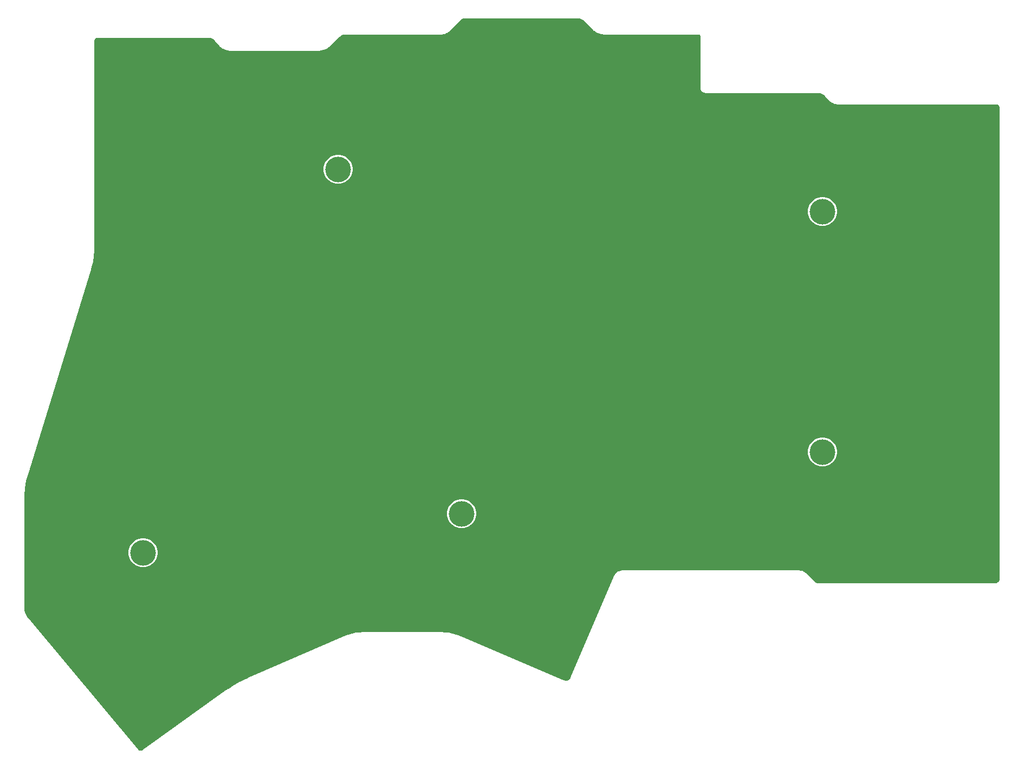
<source format=gbl>
G04*
G04 #@! TF.GenerationSoftware,Altium Limited,Altium Designer,21.0.8 (223)*
G04*
G04 Layer_Physical_Order=2*
G04 Layer_Color=16711680*
%FSLAX25Y25*%
%MOIN*%
G70*
G04*
G04 #@! TF.SameCoordinates,7F146CA2-BD1E-4154-B01E-7C30744E6B43*
G04*
G04*
G04 #@! TF.FilePolarity,Positive*
G04*
G01*
G75*
%ADD11C,0.15748*%
G36*
X383586Y483980D02*
D01*
X383586D01*
X384297Y483980D01*
X385693Y483703D01*
X387007Y483158D01*
X388190Y482368D01*
X388693Y481865D01*
D01*
X393865Y476693D01*
X393886Y476679D01*
X393901Y476659D01*
X394500Y476116D01*
X394565Y476077D01*
X394619Y476023D01*
X395962Y475126D01*
X396055Y475087D01*
X396139Y475031D01*
X397631Y474413D01*
X397730Y474393D01*
X397822Y474355D01*
X399407Y474040D01*
X399483D01*
X399556Y474021D01*
X400364Y473982D01*
X400389Y473985D01*
X400414Y473981D01*
X459000Y473980D01*
D01*
X459195Y473980D01*
X459555Y473831D01*
X459831Y473555D01*
X459980Y473195D01*
X459980Y472999D01*
D01*
X459980Y441000D01*
X459990Y440950D01*
X459985Y440900D01*
X460024Y440510D01*
X460067Y440367D01*
X460096Y440220D01*
X460395Y439499D01*
X460395Y439499D01*
Y439499D01*
X460469Y439388D01*
X460616Y439168D01*
X460616Y439168D01*
X460616Y439168D01*
X461168Y438616D01*
X461168Y438616D01*
X461168Y438616D01*
X461299Y438528D01*
X461498Y438395D01*
X461498Y438395D01*
X461498Y438395D01*
X462219Y438097D01*
X462366Y438067D01*
X462510Y438024D01*
X462900Y437985D01*
X462951Y437990D01*
X463000Y437981D01*
X531586Y437981D01*
X531586D01*
X531586D01*
X532297Y437981D01*
X533693Y437703D01*
X535007Y437158D01*
X536190Y436368D01*
X536693Y435865D01*
X536693Y435865D01*
X539572Y432986D01*
X539593Y432972D01*
X539608Y432952D01*
X540032Y432568D01*
X540097Y432529D01*
X540150Y432475D01*
X541100Y431841D01*
X541193Y431802D01*
X541277Y431746D01*
X542332Y431309D01*
X542431Y431289D01*
X542523Y431251D01*
X543644Y431028D01*
X543720D01*
X543793Y431010D01*
X544364Y430982D01*
X544389Y430985D01*
X544414Y430980D01*
X642000Y430980D01*
X642195D01*
X642578Y430904D01*
X642938Y430755D01*
X643262Y430538D01*
X643538Y430263D01*
X643755Y429938D01*
X643904Y429578D01*
X643980Y429194D01*
X643981Y428999D01*
X643980Y139000D01*
X643980Y139000D01*
X643980Y139000D01*
X643981Y138706D01*
X643866Y138130D01*
X643641Y137588D01*
X643315Y137100D01*
X642900Y136685D01*
X642412Y136358D01*
X641869Y136134D01*
X641293Y136020D01*
X641000Y136020D01*
X641000Y136020D01*
X641000Y136020D01*
X533414Y136020D01*
X533414Y136020D01*
X533414Y136020D01*
X532940Y136020D01*
X532011Y136204D01*
X531136Y136567D01*
X530349Y137093D01*
X530014Y137428D01*
X530014Y137428D01*
X530014Y137428D01*
X525428Y142014D01*
X525407Y142028D01*
X525392Y142048D01*
X524968Y142432D01*
X524903Y142471D01*
X524850Y142525D01*
X523900Y143160D01*
X523807Y143198D01*
X523723Y143254D01*
X522668Y143691D01*
X522569Y143711D01*
X522476Y143749D01*
X521356Y143972D01*
X521280Y143972D01*
X521207Y143990D01*
X520636Y144018D01*
X520611Y144015D01*
X520586Y144019D01*
X462000Y144019D01*
X411517Y144019D01*
X411480Y144012D01*
X411442Y144017D01*
X410888Y143976D01*
X410780Y143947D01*
X410669Y143936D01*
X409608Y143618D01*
X409477Y143548D01*
X409339Y143492D01*
X408414Y142882D01*
X408308Y142778D01*
X408193Y142685D01*
X407482Y141834D01*
X407429Y141736D01*
X407359Y141649D01*
X407103Y141156D01*
X407093Y141120D01*
X407072Y141088D01*
X380138Y78236D01*
X380138Y78236D01*
X380138Y78236D01*
X380009Y77934D01*
X379638Y77393D01*
X379169Y76934D01*
X378619Y76575D01*
X378011Y76331D01*
X377366Y76209D01*
X376710Y76216D01*
X376068Y76350D01*
X375766Y76478D01*
X375766Y76478D01*
X375766Y76478D01*
X310920Y104018D01*
X310908Y104021D01*
X310897Y104028D01*
X309770Y104473D01*
X309732Y104480D01*
X309698Y104499D01*
X307384Y105217D01*
X307333Y105223D01*
X307285Y105243D01*
X304912Y105726D01*
X304860Y105726D01*
X304811Y105741D01*
X302400Y105984D01*
X302362Y105980D01*
X302324Y105989D01*
X301113Y106019D01*
X301100Y106017D01*
X301087Y106019D01*
X251851D01*
X251838Y106017D01*
X251825Y106019D01*
X250630Y105989D01*
X250591Y105980D01*
X250552Y105984D01*
X248173Y105741D01*
X248124Y105726D01*
X248071Y105726D01*
X245729Y105243D01*
X245681Y105222D01*
X245629Y105217D01*
X243348Y104499D01*
X243314Y104480D01*
X243275Y104473D01*
X242165Y104028D01*
X242154Y104021D01*
X242141Y104018D01*
X182042Y78142D01*
X182036Y78138D01*
X182029Y78136D01*
X180186Y77313D01*
X180169Y77301D01*
X180149Y77296D01*
X176532Y75502D01*
X176510Y75485D01*
X176484Y75476D01*
X172969Y73491D01*
X172948Y73473D01*
X172922Y73463D01*
X169520Y71292D01*
X169504Y71277D01*
X169485Y71269D01*
X167829Y70115D01*
X167824Y70110D01*
X167818Y70107D01*
X116778Y33528D01*
X116778Y33528D01*
D01*
X116616Y33412D01*
X116254Y33244D01*
X115868Y33146D01*
X115470Y33122D01*
X115074Y33172D01*
X114695Y33295D01*
X114345Y33486D01*
X114037Y33739D01*
X113909Y33892D01*
X113909Y33892D01*
X113909Y33892D01*
X46190Y114777D01*
X45669Y115401D01*
X44857Y116810D01*
X44301Y118338D01*
X44019Y119939D01*
X44019Y120752D01*
X44019Y189338D01*
Y190954D01*
X44260Y194177D01*
X44740Y197373D01*
X45456Y200524D01*
X45930Y202069D01*
Y202069D01*
X85019Y329332D01*
X85020Y329342D01*
X85024Y329351D01*
X85480Y330940D01*
X85482Y330968D01*
X85494Y330995D01*
X86227Y334218D01*
X86228Y334256D01*
X86241Y334293D01*
X86731Y337561D01*
X86730Y337600D01*
X86740Y337637D01*
X86986Y340933D01*
X86982Y340962D01*
X86989Y340990D01*
X87019Y342643D01*
X87018Y342652D01*
X87019Y342662D01*
X87019Y470000D01*
Y470000D01*
Y470000D01*
X87019Y470195D01*
X87096Y470578D01*
X87245Y470938D01*
X87462Y471262D01*
X87738Y471538D01*
X88062Y471755D01*
X88422Y471904D01*
X88805Y471980D01*
X89000Y471980D01*
X156796Y471980D01*
X157442D01*
X158704Y471707D01*
X159880Y471174D01*
X160917Y470403D01*
X161342Y469918D01*
X161342Y469918D01*
X164123Y466740D01*
X164145Y466723D01*
X164160Y466700D01*
X164684Y466161D01*
X164752Y466115D01*
X164806Y466054D01*
X166011Y465159D01*
X166110Y465112D01*
X166198Y465049D01*
X167565Y464429D01*
X167671Y464404D01*
X167771Y464361D01*
X169238Y464044D01*
X169320Y464042D01*
X169399Y464022D01*
X170150Y463982D01*
X170177Y463986D01*
X170204Y463980D01*
X225586Y463980D01*
X225611Y463985D01*
X225636Y463982D01*
X226444Y464021D01*
X226517Y464040D01*
X226593D01*
X228177Y464355D01*
X228270Y464393D01*
X228369Y464413D01*
X229861Y465031D01*
X229945Y465087D01*
X230038Y465126D01*
X231381Y466023D01*
X231434Y466077D01*
X231499Y466115D01*
X232099Y466659D01*
X232114Y466679D01*
X232135Y466693D01*
X238014Y472572D01*
X238349Y472907D01*
X239136Y473433D01*
X240011Y473796D01*
X240941Y473980D01*
X241415Y473981D01*
X300586D01*
X300611Y473985D01*
X300636Y473982D01*
X301207Y474010D01*
X301280Y474028D01*
X301356D01*
X302477Y474251D01*
X302569Y474289D01*
X302668Y474309D01*
X303723Y474746D01*
X303807Y474802D01*
X303900Y474840D01*
X304850Y475475D01*
X304903Y475529D01*
X304968Y475567D01*
X305392Y475952D01*
X305407Y475972D01*
X305428Y475986D01*
X312014Y482572D01*
X312349Y482907D01*
X313136Y483433D01*
X314011Y483795D01*
X314941Y483980D01*
X315415Y483981D01*
X383586Y483980D01*
D02*
G37*
%LPC*%
G36*
X237874Y399874D02*
X236126D01*
X234412Y399533D01*
X232797Y398864D01*
X231343Y397893D01*
X230107Y396657D01*
X229136Y395203D01*
X228467Y393588D01*
X228126Y391874D01*
Y390126D01*
X228467Y388411D01*
X229136Y386797D01*
X230107Y385343D01*
X231343Y384107D01*
X232797Y383136D01*
X234412Y382467D01*
X236126Y382126D01*
X237874D01*
X239588Y382467D01*
X241203Y383136D01*
X242657Y384107D01*
X243893Y385343D01*
X244864Y386797D01*
X245533Y388411D01*
X245874Y390126D01*
Y391874D01*
X245533Y393588D01*
X244864Y395203D01*
X243893Y396657D01*
X242657Y397893D01*
X241203Y398864D01*
X239588Y399533D01*
X237874Y399874D01*
D02*
G37*
G36*
X535874Y373874D02*
X534126D01*
X532411Y373533D01*
X530797Y372864D01*
X529343Y371893D01*
X528107Y370657D01*
X527136Y369203D01*
X526467Y367588D01*
X526126Y365874D01*
Y364126D01*
X526467Y362411D01*
X527136Y360797D01*
X528107Y359343D01*
X529343Y358107D01*
X530797Y357136D01*
X532411Y356467D01*
X534126Y356126D01*
X535874D01*
X537589Y356467D01*
X539203Y357136D01*
X540657Y358107D01*
X541893Y359343D01*
X542864Y360797D01*
X543533Y362411D01*
X543874Y364126D01*
Y365874D01*
X543533Y367588D01*
X542864Y369203D01*
X541893Y370657D01*
X540657Y371893D01*
X539203Y372864D01*
X537589Y373533D01*
X535874Y373874D01*
D02*
G37*
G36*
Y225874D02*
X534126D01*
X532411Y225533D01*
X530797Y224864D01*
X529343Y223893D01*
X528107Y222657D01*
X527136Y221203D01*
X526467Y219588D01*
X526126Y217874D01*
Y216126D01*
X526467Y214411D01*
X527136Y212797D01*
X528107Y211343D01*
X529343Y210107D01*
X530797Y209136D01*
X532411Y208467D01*
X534126Y208126D01*
X535874D01*
X537589Y208467D01*
X539203Y209136D01*
X540657Y210107D01*
X541893Y211343D01*
X542864Y212797D01*
X543533Y214411D01*
X543874Y216126D01*
Y217874D01*
X543533Y219588D01*
X542864Y221203D01*
X541893Y222657D01*
X540657Y223893D01*
X539203Y224864D01*
X537589Y225533D01*
X535874Y225874D01*
D02*
G37*
G36*
X313874Y187874D02*
X312126D01*
X310412Y187533D01*
X308797Y186864D01*
X307343Y185893D01*
X306107Y184657D01*
X305136Y183203D01*
X304467Y181588D01*
X304126Y179874D01*
Y178126D01*
X304467Y176412D01*
X305136Y174797D01*
X306107Y173343D01*
X307343Y172107D01*
X308797Y171136D01*
X310412Y170467D01*
X312126Y170126D01*
X313874D01*
X315588Y170467D01*
X317203Y171136D01*
X318657Y172107D01*
X319893Y173343D01*
X320864Y174797D01*
X321533Y176412D01*
X321874Y178126D01*
Y179874D01*
X321533Y181588D01*
X320864Y183203D01*
X319893Y184657D01*
X318657Y185893D01*
X317203Y186864D01*
X315588Y187533D01*
X313874Y187874D01*
D02*
G37*
G36*
X117874Y163874D02*
X116126D01*
X114412Y163533D01*
X112797Y162864D01*
X111343Y161893D01*
X110107Y160657D01*
X109136Y159203D01*
X108467Y157588D01*
X108126Y155874D01*
Y154126D01*
X108467Y152412D01*
X109136Y150797D01*
X110107Y149343D01*
X111343Y148107D01*
X112797Y147136D01*
X114412Y146467D01*
X116126Y146126D01*
X117874D01*
X119588Y146467D01*
X121203Y147136D01*
X122657Y148107D01*
X123893Y149343D01*
X124864Y150797D01*
X125533Y152412D01*
X125874Y154126D01*
Y155874D01*
X125533Y157588D01*
X124864Y159203D01*
X123893Y160657D01*
X122657Y161893D01*
X121203Y162864D01*
X119588Y163533D01*
X117874Y163874D01*
D02*
G37*
%LPD*%
D11*
X237000Y391000D02*
D03*
X535000Y365000D02*
D03*
Y217000D02*
D03*
X117000Y155000D02*
D03*
X313000Y179000D02*
D03*
M02*

</source>
